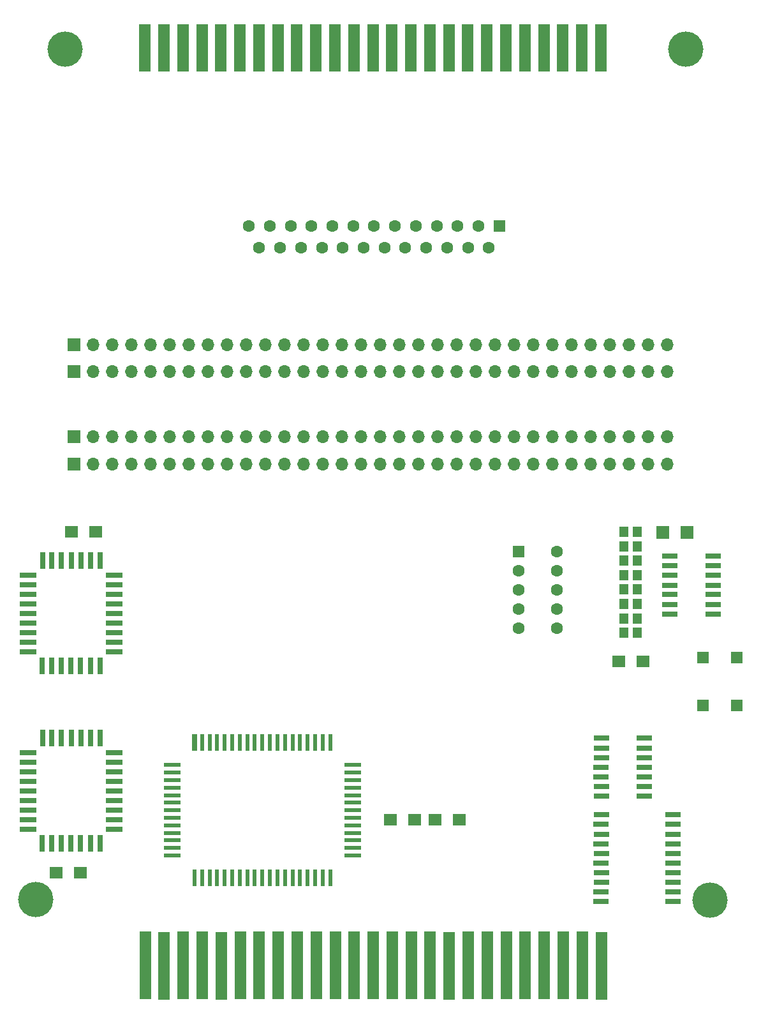
<source format=gbr>
%TF.GenerationSoftware,KiCad,Pcbnew,(6.0.2)*%
%TF.CreationDate,2022-10-27T18:33:53-05:00*%
%TF.ProjectId,REF1329_Breakout,52454631-3332-4395-9f42-7265616b6f75,rev?*%
%TF.SameCoordinates,Original*%
%TF.FileFunction,Soldermask,Top*%
%TF.FilePolarity,Negative*%
%FSLAX46Y46*%
G04 Gerber Fmt 4.6, Leading zero omitted, Abs format (unit mm)*
G04 Created by KiCad (PCBNEW (6.0.2)) date 2022-10-27 18:33:53*
%MOMM*%
%LPD*%
G01*
G04 APERTURE LIST*
%ADD10C,0.000000*%
%ADD11R,1.310000X1.390000*%
%ADD12R,1.530000X6.250000*%
%ADD13R,1.700000X1.700000*%
%ADD14O,1.700000X1.700000*%
%ADD15R,1.710000X1.630000*%
%ADD16R,1.590000X1.590000*%
%ADD17C,4.680000*%
%ADD18R,1.600000X1.600000*%
%ADD19C,1.600000*%
%ADD20R,1.700000X1.630000*%
%ADD21R,0.700000X2.270000*%
%ADD22R,2.270000X0.700000*%
%ADD23R,2.000000X0.700000*%
%ADD24R,1.530000X9.000000*%
%ADD25R,0.600000X2.250000*%
%ADD26R,2.250000X0.600000*%
G04 APERTURE END LIST*
D10*
G36*
X122879800Y-122039400D02*
G01*
X122279800Y-122039400D01*
X122279800Y-119819400D01*
X122879800Y-119819400D01*
X122879800Y-122039400D01*
G37*
G36*
X185540700Y-93883800D02*
G01*
X183840700Y-93883800D01*
X183840700Y-92253800D01*
X185540700Y-92253800D01*
X185540700Y-93883800D01*
G37*
G36*
X188755400Y-93883800D02*
G01*
X187055400Y-93883800D01*
X187055400Y-92253800D01*
X188755400Y-92253800D01*
X188755400Y-93883800D01*
G37*
D11*
%TO.C,R5*%
X179589900Y-94934400D03*
X181375900Y-94935400D03*
%TD*%
D12*
%TO.C,J2*%
X115983400Y-28780400D03*
X118501400Y-28780400D03*
X121026400Y-28780400D03*
X123553400Y-28780400D03*
X126072400Y-28780400D03*
X128591400Y-28780400D03*
X131114400Y-28780400D03*
X133633400Y-28780400D03*
X136152400Y-28780400D03*
X138680400Y-28780400D03*
X141205400Y-28780400D03*
X143726400Y-28780400D03*
X146250400Y-28780400D03*
X148770400Y-28780400D03*
X151290400Y-28780400D03*
X153809400Y-28780400D03*
X156327400Y-28780400D03*
X158851400Y-28780400D03*
X161377400Y-28780400D03*
X163895400Y-28780400D03*
X166415400Y-28780400D03*
X168934400Y-28780400D03*
X171464400Y-28780400D03*
X173990400Y-28780400D03*
X176509400Y-28780400D03*
%TD*%
D13*
%TO.C,J7*%
X106570700Y-83977000D03*
D14*
X109110700Y-83977000D03*
X111650700Y-83977000D03*
X114190700Y-83977000D03*
X116730700Y-83977000D03*
X119270700Y-83977000D03*
X121810700Y-83977000D03*
X124350700Y-83977000D03*
X126890700Y-83977000D03*
X129430700Y-83977000D03*
X131970700Y-83977000D03*
X134510700Y-83977000D03*
X137050700Y-83977000D03*
X139590700Y-83977000D03*
X142130700Y-83977000D03*
X144670700Y-83977000D03*
X147210700Y-83977000D03*
X149750700Y-83977000D03*
X152290700Y-83977000D03*
X154830700Y-83977000D03*
X157370700Y-83977000D03*
X159910700Y-83977000D03*
X162450700Y-83977000D03*
X164990700Y-83977000D03*
X167530700Y-83977000D03*
X170070700Y-83977000D03*
X172610700Y-83977000D03*
X175150700Y-83977000D03*
X177690700Y-83977000D03*
X180230700Y-83977000D03*
X182770700Y-83977000D03*
X185310700Y-83977000D03*
%TD*%
D15*
%TO.C,R1*%
X154524400Y-131165300D03*
X157751400Y-131172300D03*
%TD*%
D11*
%TO.C,R4*%
X179589900Y-93029400D03*
X181375900Y-93030400D03*
%TD*%
D16*
%TO.C,SW1*%
X190043900Y-116045900D03*
X190083900Y-109695900D03*
X194529900Y-116048900D03*
X194568900Y-109696900D03*
%TD*%
D17*
%TO.C,Hole1*%
X105352400Y-28947400D03*
%TD*%
D11*
%TO.C,R8*%
X179589900Y-100646400D03*
X181375900Y-100647400D03*
%TD*%
D17*
%TO.C,Hole2*%
X101501400Y-141759400D03*
%TD*%
D18*
%TO.C,U3*%
X165596900Y-95580900D03*
D19*
X165596900Y-98120900D03*
X165596900Y-100660900D03*
X165596900Y-103200900D03*
X165596900Y-105740900D03*
X170676900Y-105740900D03*
X170676900Y-103200900D03*
X170676900Y-100660900D03*
X170676900Y-98120900D03*
X170676900Y-95580900D03*
%TD*%
D20*
%TO.C,C3*%
X148535800Y-131169500D03*
X151753800Y-131169500D03*
%TD*%
D21*
%TO.C,U2*%
X106167900Y-134327400D03*
X107436900Y-134326400D03*
X108746900Y-134325400D03*
X110016900Y-134325400D03*
D22*
X111879900Y-132420400D03*
X111882900Y-131190400D03*
X111880900Y-129883400D03*
X111881900Y-128612400D03*
X111883900Y-127380400D03*
X111880900Y-126069400D03*
X111881900Y-124801400D03*
X111881900Y-123530400D03*
X111881900Y-122262400D03*
D21*
X110056900Y-120356400D03*
X108786900Y-120357400D03*
X107476900Y-120355400D03*
X106205900Y-120353400D03*
X104894900Y-120356400D03*
X103628900Y-120353400D03*
X102397900Y-120355400D03*
D22*
X100451900Y-122261400D03*
X100451900Y-123533400D03*
X100450900Y-124801400D03*
X100451900Y-126072400D03*
X100452900Y-127379400D03*
X100451900Y-128611400D03*
X100454900Y-129880400D03*
X100451900Y-131192400D03*
X100450900Y-132423400D03*
D21*
X102355900Y-134327400D03*
X103586900Y-134324400D03*
X104857900Y-134325400D03*
%TD*%
D11*
%TO.C,R7*%
X179589900Y-98743400D03*
X181375900Y-98744400D03*
%TD*%
D13*
%TO.C,J9*%
X106577700Y-80375000D03*
D14*
X109117700Y-80375000D03*
X111657700Y-80375000D03*
X114197700Y-80375000D03*
X116737700Y-80375000D03*
X119277700Y-80375000D03*
X121817700Y-80375000D03*
X124357700Y-80375000D03*
X126897700Y-80375000D03*
X129437700Y-80375000D03*
X131977700Y-80375000D03*
X134517700Y-80375000D03*
X137057700Y-80375000D03*
X139597700Y-80375000D03*
X142137700Y-80375000D03*
X144677700Y-80375000D03*
X147217700Y-80375000D03*
X149757700Y-80375000D03*
X152297700Y-80375000D03*
X154837700Y-80375000D03*
X157377700Y-80375000D03*
X159917700Y-80375000D03*
X162457700Y-80375000D03*
X164997700Y-80375000D03*
X167537700Y-80375000D03*
X170077700Y-80375000D03*
X172617700Y-80375000D03*
X175157700Y-80375000D03*
X177697700Y-80375000D03*
X180237700Y-80375000D03*
X182777700Y-80375000D03*
X185317700Y-80375000D03*
%TD*%
D23*
%TO.C,U5*%
X182270400Y-128054400D03*
X182269400Y-126787400D03*
X182275400Y-125473400D03*
X182268400Y-124247400D03*
X182268400Y-122936400D03*
X182269400Y-121664400D03*
X182267400Y-120354400D03*
X176554400Y-120352400D03*
X176554400Y-121663400D03*
X176556400Y-122933400D03*
X176552400Y-124245400D03*
X176553400Y-125471400D03*
X176554400Y-126779400D03*
X176554400Y-128051400D03*
%TD*%
D13*
%TO.C,J6*%
X106575700Y-68175000D03*
D14*
X109115700Y-68175000D03*
X111655700Y-68175000D03*
X114195700Y-68175000D03*
X116735700Y-68175000D03*
X119275700Y-68175000D03*
X121815700Y-68175000D03*
X124355700Y-68175000D03*
X126895700Y-68175000D03*
X129435700Y-68175000D03*
X131975700Y-68175000D03*
X134515700Y-68175000D03*
X137055700Y-68175000D03*
X139595700Y-68175000D03*
X142135700Y-68175000D03*
X144675700Y-68175000D03*
X147215700Y-68175000D03*
X149755700Y-68175000D03*
X152295700Y-68175000D03*
X154835700Y-68175000D03*
X157375700Y-68175000D03*
X159915700Y-68175000D03*
X162455700Y-68175000D03*
X164995700Y-68175000D03*
X167535700Y-68175000D03*
X170075700Y-68175000D03*
X172615700Y-68175000D03*
X175155700Y-68175000D03*
X177695700Y-68175000D03*
X180235700Y-68175000D03*
X182775700Y-68175000D03*
X185315700Y-68175000D03*
%TD*%
D24*
%TO.C,J4*%
X116029400Y-150518400D03*
X118547400Y-150532400D03*
X121072400Y-150520400D03*
X123599400Y-150514400D03*
X126118400Y-150528400D03*
X128637400Y-150514400D03*
X131160400Y-150503400D03*
X133679400Y-150489400D03*
X136198400Y-150517400D03*
X138726400Y-150517400D03*
X141251400Y-150508400D03*
X143772400Y-150500400D03*
X146296400Y-150484400D03*
X148816400Y-150457400D03*
X151336400Y-150469400D03*
X153855400Y-150455400D03*
X156373400Y-150521400D03*
X158897400Y-150515400D03*
X161423400Y-150505400D03*
X163941400Y-150501400D03*
X166461400Y-150486400D03*
X168980400Y-150486400D03*
X171510400Y-150470400D03*
X174036400Y-150469400D03*
X176555400Y-150528400D03*
%TD*%
D20*
%TO.C,C1*%
X106263800Y-93031500D03*
X109481800Y-93031500D03*
%TD*%
D11*
%TO.C,R10*%
X179589900Y-104496400D03*
X181375900Y-104497400D03*
%TD*%
D17*
%TO.C,Hole3*%
X187783400Y-28986400D03*
%TD*%
D23*
%TO.C,U6*%
X186081400Y-142006400D03*
X186078400Y-140736400D03*
X186078400Y-139466400D03*
X186078400Y-138236400D03*
X186079400Y-136927400D03*
X186079400Y-135654400D03*
X186077400Y-134385400D03*
X186079400Y-133115400D03*
X186078400Y-131804400D03*
X186078400Y-130536400D03*
X176554400Y-130533400D03*
X176552400Y-131806400D03*
X176554400Y-133114400D03*
X176552400Y-134386400D03*
X176555400Y-135655400D03*
X176552400Y-136923400D03*
X176554400Y-138235400D03*
X176556400Y-139465400D03*
X176553400Y-140734400D03*
X176553400Y-142003400D03*
%TD*%
D15*
%TO.C,R2*%
X184690400Y-93064300D03*
X187917400Y-93071300D03*
%TD*%
D17*
%TO.C,Hole4*%
X190958400Y-141804400D03*
%TD*%
D21*
%TO.C,U1*%
X106167900Y-110799400D03*
X107436900Y-110798400D03*
X108746900Y-110797400D03*
X110016900Y-110797400D03*
D22*
X111879900Y-108892400D03*
X111882900Y-107662400D03*
X111880900Y-106355400D03*
X111881900Y-105084400D03*
X111883900Y-103852400D03*
X111880900Y-102541400D03*
X111881900Y-101273400D03*
X111881900Y-100002400D03*
X111881900Y-98734400D03*
D21*
X110056900Y-96828400D03*
X108786900Y-96829400D03*
X107476900Y-96827400D03*
X106205900Y-96825400D03*
X104894900Y-96828400D03*
X103628900Y-96825400D03*
X102397900Y-96827400D03*
D22*
X100451900Y-98733400D03*
X100451900Y-100005400D03*
X100450900Y-101273400D03*
X100451900Y-102544400D03*
X100452900Y-103851400D03*
X100451900Y-105083400D03*
X100454900Y-106352400D03*
X100451900Y-107664400D03*
X100450900Y-108895400D03*
D21*
X102355900Y-110799400D03*
X103586900Y-110796400D03*
X104857900Y-110797400D03*
%TD*%
D11*
%TO.C,R11*%
X179589900Y-106367400D03*
X181375900Y-106368400D03*
%TD*%
D15*
%TO.C,R3*%
X178845400Y-110208300D03*
X182072400Y-110215300D03*
%TD*%
D25*
%TO.C,U7*%
X122579400Y-138916400D03*
X123579400Y-138916400D03*
X124579400Y-138916400D03*
X125579400Y-138916400D03*
X126579400Y-138916400D03*
X127579400Y-138916400D03*
X128579400Y-138916400D03*
X129579400Y-138916400D03*
X130579400Y-138916400D03*
X131579400Y-138916400D03*
X132579400Y-138916400D03*
X133579400Y-138916400D03*
X134579400Y-138916400D03*
X135579400Y-138916400D03*
X136579400Y-138916400D03*
X137579400Y-138916400D03*
X138579400Y-138916400D03*
X139579400Y-138916400D03*
X140579400Y-138916400D03*
D26*
X143579400Y-135916400D03*
X143579400Y-134916400D03*
X143579400Y-133916400D03*
X143579400Y-132916400D03*
X143579400Y-131916400D03*
X143579400Y-130916400D03*
X143579400Y-129916400D03*
X143579400Y-128916400D03*
X143579400Y-127916400D03*
X143579400Y-126916400D03*
X143579400Y-125916400D03*
X143579400Y-124916400D03*
X143579400Y-123916400D03*
D25*
X140579400Y-120916400D03*
X139579400Y-120916400D03*
X138579400Y-120916400D03*
X137579400Y-120916400D03*
X136579400Y-120916400D03*
X135579400Y-120916400D03*
X134579400Y-120916400D03*
X133579400Y-120916400D03*
X132579400Y-120916400D03*
X131579400Y-120916400D03*
X130579400Y-120916400D03*
X129579400Y-120916400D03*
X128579400Y-120916400D03*
X127579400Y-120916400D03*
X126579400Y-120916400D03*
X125579400Y-120916400D03*
X124579400Y-120916400D03*
X123579400Y-120916400D03*
X122579400Y-120916400D03*
D26*
X119579400Y-123916400D03*
X119579400Y-124916400D03*
X119579400Y-125916400D03*
X119579400Y-126916400D03*
X119579400Y-127916400D03*
X119579400Y-128916400D03*
X119579400Y-129916400D03*
X119579400Y-130916400D03*
X119579400Y-131916400D03*
X119579400Y-132916400D03*
X119579400Y-133916400D03*
X119579400Y-134916400D03*
X119579400Y-135916400D03*
%TD*%
D11*
%TO.C,R6*%
X179589900Y-96835400D03*
X181375900Y-96836400D03*
%TD*%
%TO.C,R9*%
X179589900Y-102553400D03*
X181375900Y-102554400D03*
%TD*%
D20*
%TO.C,C2*%
X104241800Y-138188500D03*
X107459800Y-138188500D03*
%TD*%
D23*
%TO.C,U4*%
X191406900Y-103900400D03*
X191405900Y-102633400D03*
X191411900Y-101319400D03*
X191404900Y-100093400D03*
X191404900Y-98782400D03*
X191405900Y-97510400D03*
X191403900Y-96200400D03*
X185690900Y-96198400D03*
X185690900Y-97509400D03*
X185692900Y-98779400D03*
X185688900Y-100091400D03*
X185689900Y-101317400D03*
X185690900Y-102625400D03*
X185690900Y-103897400D03*
%TD*%
D13*
%TO.C,J8*%
X106577700Y-71774000D03*
D14*
X109117700Y-71774000D03*
X111657700Y-71774000D03*
X114197700Y-71774000D03*
X116737700Y-71774000D03*
X119277700Y-71774000D03*
X121817700Y-71774000D03*
X124357700Y-71774000D03*
X126897700Y-71774000D03*
X129437700Y-71774000D03*
X131977700Y-71774000D03*
X134517700Y-71774000D03*
X137057700Y-71774000D03*
X139597700Y-71774000D03*
X142137700Y-71774000D03*
X144677700Y-71774000D03*
X147217700Y-71774000D03*
X149757700Y-71774000D03*
X152297700Y-71774000D03*
X154837700Y-71774000D03*
X157377700Y-71774000D03*
X159917700Y-71774000D03*
X162457700Y-71774000D03*
X164997700Y-71774000D03*
X167537700Y-71774000D03*
X170077700Y-71774000D03*
X172617700Y-71774000D03*
X175157700Y-71774000D03*
X177697700Y-71774000D03*
X180237700Y-71774000D03*
X182777700Y-71774000D03*
X185317700Y-71774000D03*
%TD*%
D18*
%TO.C,J1*%
X163023400Y-52460100D03*
D19*
X160253400Y-52460100D03*
X157483400Y-52460100D03*
X154713400Y-52460100D03*
X151943400Y-52460100D03*
X149173400Y-52460100D03*
X146403400Y-52460100D03*
X143633400Y-52460100D03*
X140863400Y-52460100D03*
X138093400Y-52460100D03*
X135323400Y-52460100D03*
X132553400Y-52460100D03*
X129783400Y-52460100D03*
X161638400Y-55300100D03*
X158868400Y-55300100D03*
X156098400Y-55300100D03*
X153328400Y-55300100D03*
X150558400Y-55300100D03*
X147788400Y-55300100D03*
X145018400Y-55300100D03*
X142248400Y-55300100D03*
X139478400Y-55300100D03*
X136708400Y-55300100D03*
X133938400Y-55300100D03*
X131168400Y-55300100D03*
%TD*%
M02*

</source>
